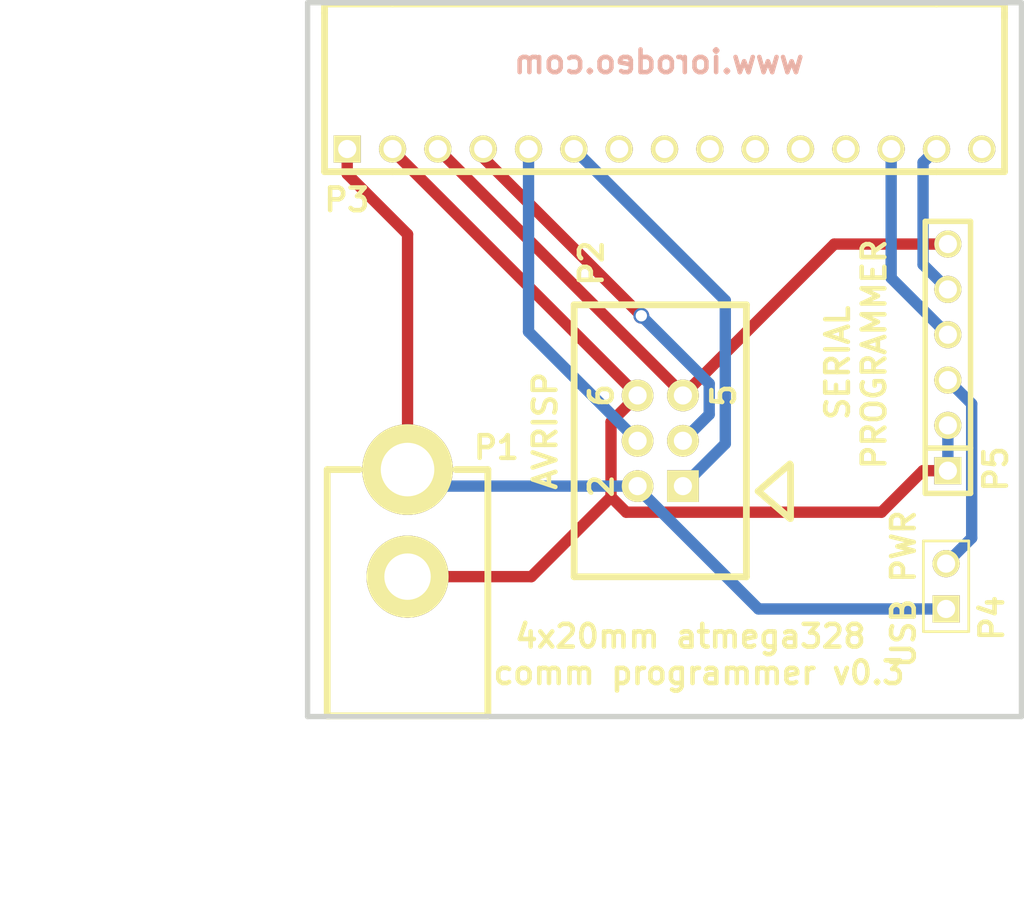
<source format=kicad_pcb>
(kicad_pcb (version 3) (host pcbnew "(2013-jul-07)-stable")

  (general
    (links 15)
    (no_connects 0)
    (area 47.63262 49.627499 90.150001 90.406221)
    (thickness 1.6)
    (drawings 11)
    (tracks 42)
    (zones 0)
    (modules 5)
    (nets 10)
  )

  (page A4)
  (layers
    (15 F.Cu signal)
    (0 B.Cu signal)
    (16 B.Adhes user)
    (17 F.Adhes user)
    (18 B.Paste user)
    (19 F.Paste user)
    (20 B.SilkS user)
    (21 F.SilkS user)
    (22 B.Mask user)
    (23 F.Mask user)
    (24 Dwgs.User user)
    (25 Cmts.User user)
    (26 Eco1.User user)
    (27 Eco2.User user)
    (28 Edge.Cuts user)
  )

  (setup
    (last_trace_width 0.635)
    (trace_clearance 0.254)
    (zone_clearance 0.508)
    (zone_45_only no)
    (trace_min 0.254)
    (segment_width 0.2)
    (edge_width 0.1)
    (via_size 0.889)
    (via_drill 0.635)
    (via_min_size 0.889)
    (via_min_drill 0.508)
    (uvia_size 0.508)
    (uvia_drill 0.127)
    (uvias_allowed no)
    (uvia_min_size 0.508)
    (uvia_min_drill 0.127)
    (pcb_text_width 0.3)
    (pcb_text_size 1.5 1.5)
    (mod_edge_width 0.15)
    (mod_text_size 1 1)
    (mod_text_width 0.15)
    (pad_size 1.5 1.5)
    (pad_drill 0.6)
    (pad_to_mask_clearance 0)
    (aux_axis_origin 0 0)
    (visible_elements FFFFFF7F)
    (pcbplotparams
      (layerselection 284196865)
      (usegerberextensions true)
      (excludeedgelayer true)
      (linewidth 0.150000)
      (plotframeref false)
      (viasonmask false)
      (mode 1)
      (useauxorigin false)
      (hpglpennumber 1)
      (hpglpenspeed 20)
      (hpglpendiameter 15)
      (hpglpenoverlay 2)
      (psnegative false)
      (psa4output false)
      (plotreference true)
      (plotvalue true)
      (plotothertext true)
      (plotinvisibletext false)
      (padsonsilk false)
      (subtractmaskfromsilk false)
      (outputformat 1)
      (mirror false)
      (drillshape 0)
      (scaleselection 1)
      (outputdirectory gerber_v0p3/))
  )

  (net 0 "")
  (net 1 +5V)
  (net 2 /MISO)
  (net 3 /MOSI)
  (net 4 /RX)
  (net 5 /SCK)
  (net 6 /TX)
  (net 7 /~RST)
  (net 8 GND)
  (net 9 N-0000013)

  (net_class Default "This is the default net class."
    (clearance 0.254)
    (trace_width 0.635)
    (via_dia 0.889)
    (via_drill 0.635)
    (uvia_dia 0.508)
    (uvia_drill 0.127)
    (add_net "")
    (add_net +5V)
    (add_net /MISO)
    (add_net /MOSI)
    (add_net /RX)
    (add_net /SCK)
    (add_net /TX)
    (add_net /~RST)
    (add_net GND)
    (add_net N-0000013)
  )

  (module DCJACK_2PIN (layer F.Cu) (tedit 52412CDE) (tstamp 5240C0DC)
    (at 55.6006 76.1619 270)
    (path /5240B8CC)
    (fp_text reference P1 (at -1.2319 -4.9784 360) (layer F.SilkS)
      (effects (font (size 1.27 1.27) (thickness 0.254)))
    )
    (fp_text value CONN_2 (at 7.8994 6.79958 270) (layer F.SilkS) hide
      (effects (font (size 1.524 1.524) (thickness 0.3048)))
    )
    (fp_line (start 0 -2.70002) (end 0 -4.50088) (layer F.SilkS) (width 0.381))
    (fp_line (start 0 -4.50088) (end 13.79982 -4.50088) (layer F.SilkS) (width 0.381))
    (fp_line (start 13.79982 -4.50088) (end 13.79982 4.39928) (layer F.SilkS) (width 0.381))
    (fp_line (start 13.79982 4.39928) (end 13.79982 4.50088) (layer F.SilkS) (width 0.381))
    (fp_line (start 13.79982 4.50088) (end 0 4.50088) (layer F.SilkS) (width 0.381))
    (fp_line (start 0 4.50088) (end 0 2.70002) (layer F.SilkS) (width 0.381))
    (pad 1 thru_hole circle (at 0 0 270) (size 5.08 5.08) (drill 2.99974)
      (layers *.Cu *.Mask F.SilkS)
      (net 1 +5V)
    )
    (pad 2 thru_hole circle (at 5.99948 0 270) (size 4.59994 4.59994) (drill 2.60096)
      (layers *.Cu *.Mask F.SilkS)
      (net 8 GND)
    )
  )

  (module 3X2_SHRD_HEADER (layer F.Cu) (tedit 52412CF1) (tstamp 5240C0F0)
    (at 69.7611 74.549 90)
    (path /5240BA0F)
    (fp_text reference P2 (at 9.9568 -3.8608 90) (layer F.SilkS)
      (effects (font (size 1.27 1.27) (thickness 0.254)))
    )
    (fp_text value CONN_3X2 (at 5.19938 6.2992 90) (layer F.SilkS) hide
      (effects (font (size 1.524 1.524) (thickness 0.3048)))
    )
    (fp_text user 5 (at 2.54 3.556 90) (layer F.SilkS)
      (effects (font (size 1.27 1.27) (thickness 0.254)))
    )
    (fp_text user 6 (at 2.54 -3.302 90) (layer F.SilkS)
      (effects (font (size 1.27 1.27) (thickness 0.254)))
    )
    (fp_line (start -7.62 4.826) (end 7.62 4.826) (layer F.SilkS) (width 0.381))
    (fp_line (start -7.62 -4.826) (end 7.62 -4.826) (layer F.SilkS) (width 0.381))
    (fp_line (start 7.62 -4.826) (end 7.62 4.826) (layer F.SilkS) (width 0.381))
    (fp_line (start -7.62 4.826) (end -7.62 -4.826) (layer F.SilkS) (width 0.381))
    (fp_line (start -4.36118 7.29996) (end -1.3589 7.29996) (layer F.SilkS) (width 0.381))
    (fp_text user 2 (at -2.54 -3.302 90) (layer F.SilkS)
      (effects (font (size 1.27 1.27) (thickness 0.254)))
    )
    (fp_line (start -2.82448 5.48894) (end -4.34848 7.26694) (layer F.SilkS) (width 0.381))
    (fp_line (start -1.30048 7.2644) (end -2.82448 5.4864) (layer F.SilkS) (width 0.381))
    (pad 1 thru_hole rect (at -2.54 1.27 90) (size 1.778 1.778) (drill 1.016)
      (layers *.Cu *.Mask F.SilkS)
      (net 2 /MISO)
    )
    (pad 2 thru_hole circle (at -2.54 -1.27 90) (size 1.778 1.778) (drill 1.016)
      (layers *.Cu *.Mask F.SilkS)
      (net 1 +5V)
    )
    (pad 3 thru_hole circle (at 0 1.27 90) (size 1.778 1.778) (drill 1.016)
      (layers *.Cu *.Mask F.SilkS)
      (net 5 /SCK)
    )
    (pad 4 thru_hole circle (at 0 -1.27 90) (size 1.778 1.778) (drill 1.016)
      (layers *.Cu *.Mask F.SilkS)
      (net 3 /MOSI)
    )
    (pad 5 thru_hole circle (at 2.54 1.27 90) (size 1.778 1.778) (drill 1.016)
      (layers *.Cu *.Mask F.SilkS)
      (net 7 /~RST)
    )
    (pad 6 thru_hole circle (at 2.54 -1.27 90) (size 1.778 1.778) (drill 1.016)
      (layers *.Cu *.Mask F.SilkS)
      (net 8 GND)
    )
  )

  (module HEADER_TOP (layer F.Cu) (tedit 52412CCB) (tstamp 5240C10D)
    (at 70 58.2)
    (path /5240B882)
    (fp_text reference P3 (at -17.8 2.85) (layer F.SilkS)
      (effects (font (size 1.27 1.27) (thickness 0.254)))
    )
    (fp_text value CONN15 (at 7.62 -4.572) (layer F.SilkS) hide
      (effects (font (size 1.524 1.524) (thickness 0.3048)))
    )
    (fp_line (start 15.24 -8.128) (end 19.05 -8.128) (layer F.SilkS) (width 0.381))
    (fp_line (start 19.05 -8.128) (end 19.05 -7.366) (layer F.SilkS) (width 0.381))
    (fp_line (start -15.24 -8.128) (end -19.05 -8.128) (layer F.SilkS) (width 0.381))
    (fp_line (start -19.05 -8.128) (end -19.05 -7.62) (layer F.SilkS) (width 0.381))
    (fp_line (start -15.24 1.27) (end -19.05 1.27) (layer F.SilkS) (width 0.381))
    (fp_line (start -19.05 1.27) (end -19.05 -7.62) (layer F.SilkS) (width 0.381))
    (fp_line (start 15.24 1.27) (end 19.05 1.27) (layer F.SilkS) (width 0.381))
    (fp_line (start 19.05 1.27) (end 19.05 -7.62) (layer F.SilkS) (width 0.381))
    (fp_line (start 15.24 1.27) (end -15.24 1.27) (layer F.SilkS) (width 0.381))
    (fp_line (start -15.24 -8.128) (end 15.24 -8.128) (layer F.SilkS) (width 0.381))
    (pad 1 thru_hole rect (at -17.78 0) (size 1.524 1.524) (drill 1.016)
      (layers *.Cu *.Mask F.SilkS)
      (net 1 +5V)
    )
    (pad 2 thru_hole circle (at -15.24 0) (size 1.524 1.524) (drill 1.016)
      (layers *.Cu *.Mask F.SilkS)
      (net 8 GND)
    )
    (pad 3 thru_hole circle (at -12.7 0) (size 1.524 1.524) (drill 1.016)
      (layers *.Cu *.Mask F.SilkS)
      (net 7 /~RST)
    )
    (pad 4 thru_hole circle (at -10.16 0) (size 1.524 1.524) (drill 1.016)
      (layers *.Cu *.Mask F.SilkS)
      (net 5 /SCK)
    )
    (pad 5 thru_hole circle (at -7.62 0) (size 1.524 1.524) (drill 1.016)
      (layers *.Cu *.Mask F.SilkS)
      (net 3 /MOSI)
    )
    (pad 6 thru_hole circle (at -5.08 0) (size 1.524 1.524) (drill 1.016)
      (layers *.Cu *.Mask F.SilkS)
      (net 2 /MISO)
    )
    (pad 7 thru_hole circle (at -2.54 0) (size 1.524 1.524) (drill 1.016)
      (layers *.Cu *.Mask F.SilkS)
    )
    (pad 8 thru_hole circle (at 0 0) (size 1.524 1.524) (drill 1.016)
      (layers *.Cu *.Mask F.SilkS)
    )
    (pad 9 thru_hole circle (at 2.54 0) (size 1.524 1.524) (drill 1.016)
      (layers *.Cu *.Mask F.SilkS)
    )
    (pad 10 thru_hole circle (at 5.08 0) (size 1.524 1.524) (drill 1.016)
      (layers *.Cu *.Mask F.SilkS)
    )
    (pad 11 thru_hole circle (at 7.62 0) (size 1.524 1.524) (drill 1.016)
      (layers *.Cu *.Mask F.SilkS)
    )
    (pad 12 thru_hole circle (at 10.16 0) (size 1.524 1.524) (drill 1.016)
      (layers *.Cu *.Mask F.SilkS)
    )
    (pad 13 thru_hole circle (at 12.7 0) (size 1.524 1.524) (drill 1.016)
      (layers *.Cu *.Mask F.SilkS)
      (net 4 /RX)
    )
    (pad 14 thru_hole circle (at 15.24 0) (size 1.524 1.524) (drill 1.016)
      (layers *.Cu *.Mask F.SilkS)
      (net 6 /TX)
    )
    (pad 15 thru_hole circle (at 17.78 0) (size 1.524 1.524) (drill 1.016)
      (layers *.Cu *.Mask F.SilkS)
    )
  )

  (module PIN_ARRAY_2X1 (layer F.Cu) (tedit 52412D12) (tstamp 52412C7A)
    (at 85.7758 82.7024 90)
    (descr "Connecteurs 2 pins")
    (tags "CONN DEV")
    (path /52412B1A)
    (fp_text reference P4 (at -1.778 2.5654 90) (layer F.SilkS)
      (effects (font (size 1.27 1.27) (thickness 0.254)))
    )
    (fp_text value CONN_2 (at 0 -1.905 90) (layer F.SilkS) hide
      (effects (font (size 0.762 0.762) (thickness 0.1524)))
    )
    (fp_line (start -2.54 1.27) (end -2.54 -1.27) (layer F.SilkS) (width 0.1524))
    (fp_line (start -2.54 -1.27) (end 2.54 -1.27) (layer F.SilkS) (width 0.1524))
    (fp_line (start 2.54 -1.27) (end 2.54 1.27) (layer F.SilkS) (width 0.1524))
    (fp_line (start 2.54 1.27) (end -2.54 1.27) (layer F.SilkS) (width 0.1524))
    (pad 1 thru_hole rect (at -1.27 0 90) (size 1.524 1.524) (drill 1.016)
      (layers *.Cu *.Mask F.SilkS)
      (net 1 +5V)
    )
    (pad 2 thru_hole circle (at 1.27 0 90) (size 1.524 1.524) (drill 1.016)
      (layers *.Cu *.Mask F.SilkS)
      (net 9 N-0000013)
    )
    (model pin_array/pins_array_2x1.wrl
      (at (xyz 0 0 0))
      (scale (xyz 1 1 1))
      (rotate (xyz 0 0 0))
    )
  )

  (module PIN_ARRAY-6X1 (layer F.Cu) (tedit 52412D02) (tstamp 52412C89)
    (at 85.8774 69.8754 90)
    (descr "Connecteur 6 pins")
    (tags "CONN DEV")
    (path /524129A8)
    (fp_text reference P5 (at -6.2484 2.6797 90) (layer F.SilkS)
      (effects (font (size 1.27 1.27) (thickness 0.254)))
    )
    (fp_text value CONN_6 (at 0 2.159 90) (layer F.SilkS) hide
      (effects (font (size 1.016 0.889) (thickness 0.2032)))
    )
    (fp_line (start -7.62 1.27) (end -7.62 -1.27) (layer F.SilkS) (width 0.3048))
    (fp_line (start -7.62 -1.27) (end 7.62 -1.27) (layer F.SilkS) (width 0.3048))
    (fp_line (start 7.62 -1.27) (end 7.62 1.27) (layer F.SilkS) (width 0.3048))
    (fp_line (start 7.62 1.27) (end -7.62 1.27) (layer F.SilkS) (width 0.3048))
    (fp_line (start -5.08 1.27) (end -5.08 -1.27) (layer F.SilkS) (width 0.3048))
    (pad 1 thru_hole rect (at -6.35 0 90) (size 1.524 1.524) (drill 1.016)
      (layers *.Cu *.Mask F.SilkS)
      (net 8 GND)
    )
    (pad 2 thru_hole circle (at -3.81 0 90) (size 1.524 1.524) (drill 1.016)
      (layers *.Cu *.Mask F.SilkS)
      (net 8 GND)
    )
    (pad 3 thru_hole circle (at -1.27 0 90) (size 1.524 1.524) (drill 1.016)
      (layers *.Cu *.Mask F.SilkS)
      (net 9 N-0000013)
    )
    (pad 4 thru_hole circle (at 1.27 0 90) (size 1.524 1.524) (drill 1.016)
      (layers *.Cu *.Mask F.SilkS)
      (net 4 /RX)
    )
    (pad 5 thru_hole circle (at 3.81 0 90) (size 1.524 1.524) (drill 1.016)
      (layers *.Cu *.Mask F.SilkS)
      (net 6 /TX)
    )
    (pad 6 thru_hole circle (at 6.35 0 90) (size 1.524 1.524) (drill 1.016)
      (layers *.Cu *.Mask F.SilkS)
      (net 7 /~RST)
    )
    (model pin_array/pins_array_6x1.wrl
      (at (xyz 0 0 0))
      (scale (xyz 1 1 1))
      (rotate (xyz 0 0 0))
    )
  )

  (dimension 40 (width 0.3) (layer Dwgs.User)
    (gr_text "40.000 mm" (at 70 102.15) (layer Dwgs.User)
      (effects (font (size 1.5 1.5) (thickness 0.3)))
    )
    (feature1 (pts (xy 90 90) (xy 90 103.5)))
    (feature2 (pts (xy 50 90) (xy 50 103.5)))
    (crossbar (pts (xy 50 100.8) (xy 90 100.8)))
    (arrow1a (pts (xy 90 100.8) (xy 88.873497 101.38642)))
    (arrow1b (pts (xy 90 100.8) (xy 88.873497 100.21358)))
    (arrow2a (pts (xy 50 100.8) (xy 51.126503 101.38642)))
    (arrow2b (pts (xy 50 100.8) (xy 51.126503 100.21358)))
  )
  (dimension 40 (width 0.3) (layer Dwgs.User)
    (gr_text "40.000 mm" (at 39.05 70 270) (layer Dwgs.User)
      (effects (font (size 1.5 1.5) (thickness 0.3)))
    )
    (feature1 (pts (xy 50 90) (xy 37.7 90)))
    (feature2 (pts (xy 50 50) (xy 37.7 50)))
    (crossbar (pts (xy 40.4 50) (xy 40.4 90)))
    (arrow1a (pts (xy 40.4 90) (xy 39.81358 88.873497)))
    (arrow1b (pts (xy 40.4 90) (xy 40.98642 88.873497)))
    (arrow2a (pts (xy 40.4 50) (xy 39.81358 51.126503)))
    (arrow2b (pts (xy 40.4 50) (xy 40.98642 51.126503)))
  )
  (gr_text "4x20mm atmega328 \ncomm programmer v0.3" (at 71.9328 86.5251) (layer F.SilkS)
    (effects (font (size 1.27 1.27) (thickness 0.254)))
  )
  (gr_text "USB PWR" (at 83.3882 82.8548 90) (layer F.SilkS)
    (effects (font (size 1.27 1.27) (thickness 0.254)))
  )
  (gr_text "SERIAL \nPROGRAMMER" (at 80.7212 69.6976 90) (layer F.SilkS)
    (effects (font (size 1.27 1.27) (thickness 0.254)))
  )
  (gr_text www.iorodeo.com (at 69.6849 53.3146) (layer B.SilkS)
    (effects (font (size 1.27 1.27) (thickness 0.254)) (justify mirror))
  )
  (gr_text AVRISP (at 63.3095 73.9902 90) (layer F.SilkS)
    (effects (font (size 1.27 1.27) (thickness 0.254)))
  )
  (gr_line (start 90 90) (end 90 50) (angle 90) (layer Edge.Cuts) (width 0.3))
  (gr_line (start 50 90) (end 90 90) (angle 90) (layer Edge.Cuts) (width 0.3))
  (gr_line (start 50 50) (end 50 90) (angle 90) (layer Edge.Cuts) (width 0.3))
  (gr_line (start 90 50) (end 50 50) (angle 90) (layer Edge.Cuts) (width 0.3))

  (segment (start 55.6006 62.9776) (end 52.22 59.597) (width 0.635) (layer F.Cu) (net 1))
  (segment (start 55.6006 76.1619) (end 55.6006 62.9776) (width 0.635) (layer F.Cu) (net 1))
  (segment (start 52.22 58.2) (end 52.22 59.597) (width 0.635) (layer F.Cu) (net 1))
  (segment (start 68.4911 77.1978) (end 68.4911 77.089) (width 0.635) (layer B.Cu) (net 1))
  (segment (start 75.2657 83.9724) (end 68.4911 77.1978) (width 0.635) (layer B.Cu) (net 1))
  (segment (start 85.7758 83.9724) (end 75.2657 83.9724) (width 0.635) (layer B.Cu) (net 1))
  (segment (start 56.5277 77.089) (end 55.6006 76.1619) (width 0.635) (layer B.Cu) (net 1))
  (segment (start 68.4911 77.089) (end 56.5277 77.089) (width 0.635) (layer B.Cu) (net 1))
  (segment (start 73.4055 66.6855) (end 64.92 58.2) (width 0.635) (layer B.Cu) (net 2))
  (segment (start 73.4055 74.7146) (end 73.4055 66.6855) (width 0.635) (layer B.Cu) (net 2))
  (segment (start 71.0311 77.089) (end 73.4055 74.7146) (width 0.635) (layer B.Cu) (net 2))
  (segment (start 62.38 68.4379) (end 68.4911 74.549) (width 0.635) (layer B.Cu) (net 3))
  (segment (start 62.38 58.2) (end 62.38 68.4379) (width 0.635) (layer B.Cu) (net 3))
  (segment (start 82.7 65.428) (end 82.7 58.2) (width 0.635) (layer B.Cu) (net 4))
  (segment (start 85.8774 68.6054) (end 82.7 65.428) (width 0.635) (layer B.Cu) (net 4))
  (via (at 68.7012 67.5439) (size 0.889) (layers F.Cu B.Cu) (net 5))
  (segment (start 72.5041 73.076) (end 71.0311 74.549) (width 0.635) (layer B.Cu) (net 5))
  (segment (start 72.5041 71.3468) (end 72.5041 73.076) (width 0.635) (layer B.Cu) (net 5))
  (segment (start 68.7012 67.5439) (end 72.5041 71.3468) (width 0.635) (layer B.Cu) (net 5))
  (segment (start 59.84 58.6827) (end 68.7012 67.5439) (width 0.635) (layer F.Cu) (net 5))
  (segment (start 59.84 58.2) (end 59.84 58.6827) (width 0.635) (layer F.Cu) (net 5))
  (segment (start 84.4862 58.9538) (end 85.24 58.2) (width 0.635) (layer B.Cu) (net 6))
  (segment (start 84.4862 64.6742) (end 84.4862 58.9538) (width 0.635) (layer B.Cu) (net 6))
  (segment (start 85.8774 66.0654) (end 84.4862 64.6742) (width 0.635) (layer B.Cu) (net 6))
  (segment (start 71.0701 71.97) (end 57.3 58.2) (width 0.635) (layer F.Cu) (net 7))
  (segment (start 79.5147 63.5254) (end 71.0701 71.97) (width 0.635) (layer F.Cu) (net 7))
  (segment (start 85.8774 63.5254) (end 79.5147 63.5254) (width 0.635) (layer F.Cu) (net 7))
  (segment (start 71.0701 71.97) (end 71.0311 72.009) (width 0.635) (layer F.Cu) (net 7))
  (segment (start 85.8774 73.6854) (end 85.8774 76.2254) (width 0.635) (layer B.Cu) (net 8))
  (segment (start 85.8774 76.2254) (end 84.4804 76.2254) (width 0.635) (layer F.Cu) (net 8))
  (segment (start 54.76 58.2779) (end 68.4911 72.009) (width 0.635) (layer F.Cu) (net 8))
  (segment (start 54.76 58.2) (end 54.76 58.2779) (width 0.635) (layer F.Cu) (net 8))
  (segment (start 62.5375 82.1614) (end 55.6006 82.1614) (width 0.635) (layer F.Cu) (net 8))
  (segment (start 67.0014 77.6975) (end 62.5375 82.1614) (width 0.635) (layer F.Cu) (net 8))
  (segment (start 67.855 78.5511) (end 67.0014 77.6975) (width 0.635) (layer F.Cu) (net 8))
  (segment (start 82.1547 78.5511) (end 67.855 78.5511) (width 0.635) (layer F.Cu) (net 8))
  (segment (start 84.4804 76.2254) (end 82.1547 78.5511) (width 0.635) (layer F.Cu) (net 8))
  (segment (start 67.0014 73.4987) (end 68.4911 72.009) (width 0.635) (layer F.Cu) (net 8))
  (segment (start 67.0014 77.6975) (end 67.0014 73.4987) (width 0.635) (layer F.Cu) (net 8))
  (segment (start 87.2113 79.9969) (end 85.7758 81.4324) (width 0.635) (layer B.Cu) (net 9))
  (segment (start 87.2113 72.4793) (end 87.2113 79.9969) (width 0.635) (layer B.Cu) (net 9))
  (segment (start 85.8774 71.1454) (end 87.2113 72.4793) (width 0.635) (layer B.Cu) (net 9))

)

</source>
